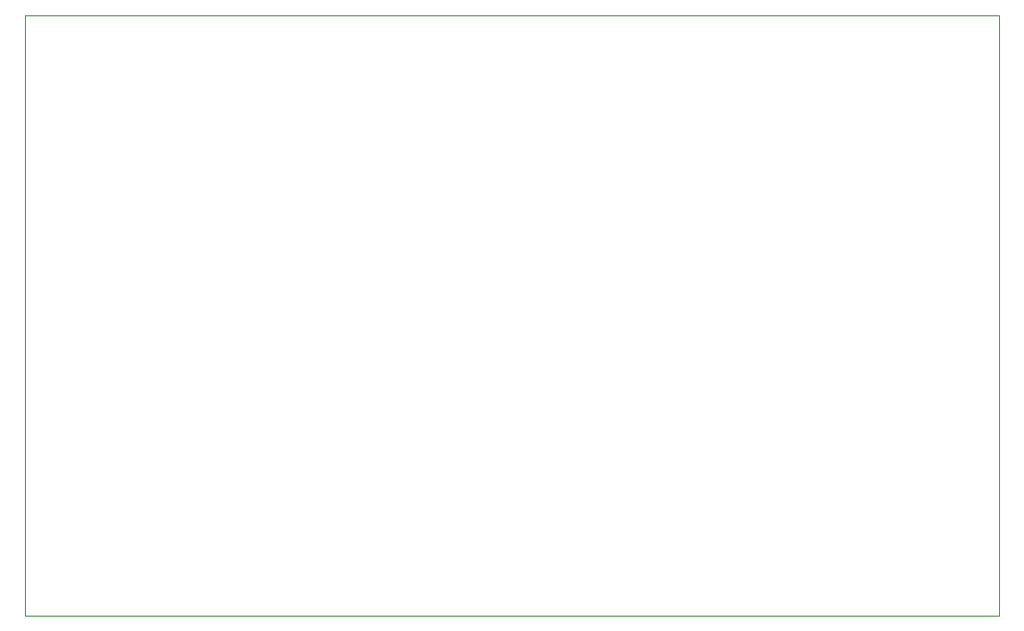
<source format=gm1>
G04 #@! TF.GenerationSoftware,KiCad,Pcbnew,7.0.1-3b83917a11~172~ubuntu22.04.1*
G04 #@! TF.CreationDate,2023-04-13T21:26:50+02:00*
G04 #@! TF.ProjectId,dmx_interceptor,646d785f-696e-4746-9572-636570746f72,rev?*
G04 #@! TF.SameCoordinates,Original*
G04 #@! TF.FileFunction,Profile,NP*
%FSLAX46Y46*%
G04 Gerber Fmt 4.6, Leading zero omitted, Abs format (unit mm)*
G04 Created by KiCad (PCBNEW 7.0.1-3b83917a11~172~ubuntu22.04.1) date 2023-04-13 21:26:50*
%MOMM*%
%LPD*%
G01*
G04 APERTURE LIST*
G04 #@! TA.AperFunction,Profile*
%ADD10C,0.050000*%
G04 #@! TD*
G04 APERTURE END LIST*
D10*
X58000000Y-67000000D02*
X144000000Y-67000000D01*
X144000000Y-67000000D02*
X144000000Y-120000000D01*
X144000000Y-120000000D02*
X58000000Y-120000000D01*
X58000000Y-120000000D02*
X58000000Y-67000000D01*
M02*

</source>
